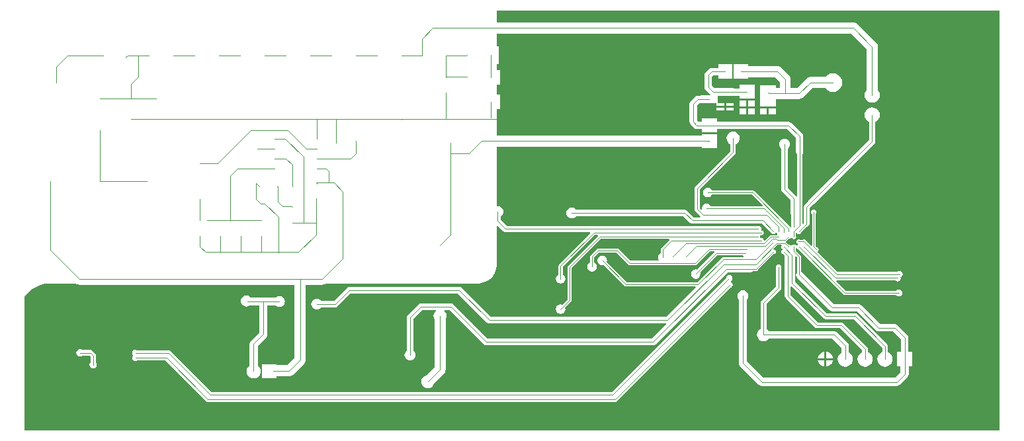
<source format=gbl>
G04*
G04 #@! TF.GenerationSoftware,Altium Limited,Altium Designer,19.0.10 (269)*
G04*
G04 Layer_Physical_Order=2*
G04 Layer_Color=16711680*
%FSLAX44Y44*%
%MOMM*%
G71*
G01*
G75*
G36*
X1506460Y727978D02*
X258078D01*
Y899050D01*
X260527Y902242D01*
X264380Y906095D01*
X268703Y909412D01*
X273422Y912136D01*
X278456Y914221D01*
X283719Y915632D01*
X289121Y916343D01*
X291846Y916432D01*
X323743D01*
X324851Y915582D01*
X326574Y914868D01*
X328422Y914625D01*
X603983Y914625D01*
Y821562D01*
X594123Y811701D01*
X580500D01*
Y812910D01*
X562500D01*
Y794910D01*
X580500D01*
Y797419D01*
X597080D01*
X597080Y797419D01*
X598929Y797662D01*
X600651Y798376D01*
X602130Y799510D01*
X616173Y813554D01*
X616174Y813554D01*
X617308Y815033D01*
X618022Y816755D01*
X618265Y818604D01*
X618265Y818604D01*
Y914625D01*
X639318D01*
X639318Y914625D01*
X641166Y914868D01*
X642888Y915582D01*
X643997Y916432D01*
X837692Y916432D01*
X837692Y916432D01*
X837692Y916432D01*
X840194Y916432D01*
X845101Y917408D01*
X849723Y919323D01*
X853884Y922103D01*
X857421Y925640D01*
X860201Y929801D01*
X862116Y934423D01*
X863092Y939330D01*
X863092Y941832D01*
Y989477D01*
X864265Y989963D01*
X871165Y983063D01*
X872499Y982172D01*
X874072Y981859D01*
X982003D01*
X982489Y980686D01*
X942479Y940676D01*
X941899Y939808D01*
X941696Y938784D01*
X941696Y938784D01*
Y927702D01*
X940046Y926600D01*
X938720Y924615D01*
X938254Y922274D01*
X938720Y919933D01*
X940046Y917948D01*
X942031Y916622D01*
X944372Y916156D01*
X946713Y916622D01*
X948698Y917948D01*
X950024Y919933D01*
X950490Y922274D01*
X950024Y924615D01*
X948698Y926600D01*
X947048Y927702D01*
Y937675D01*
X987899Y978526D01*
X991487D01*
X992012Y977256D01*
X953910Y939153D01*
X953329Y938284D01*
X953126Y937260D01*
X953126Y937260D01*
Y895951D01*
X946318Y889143D01*
X944372Y889529D01*
X942031Y889064D01*
X940046Y887738D01*
X938720Y885753D01*
X938254Y883412D01*
X938720Y881071D01*
X940046Y879086D01*
X942031Y877760D01*
X944372Y877294D01*
X946713Y877760D01*
X948698Y879086D01*
X950024Y881071D01*
X950490Y883412D01*
X950103Y885358D01*
X957694Y892949D01*
X957694Y892950D01*
X958275Y893818D01*
X958478Y894842D01*
X958478Y894842D01*
Y936151D01*
X995913Y973586D01*
X1083066D01*
X1083593Y972316D01*
X1073289Y962012D01*
X1072709Y961144D01*
X1072506Y960120D01*
X1072506Y960120D01*
Y955134D01*
X1070856Y954032D01*
X1069530Y952047D01*
X1069064Y949706D01*
X1069530Y947365D01*
X1070081Y946540D01*
X1069402Y945270D01*
X1034070D01*
X1019106Y960235D01*
X1018237Y960815D01*
X1017213Y961018D01*
X1017213Y961018D01*
X992124D01*
X992124Y961018D01*
X991100Y960815D01*
X990231Y960235D01*
X982611Y952615D01*
X982031Y951746D01*
X981828Y950722D01*
X981828Y950722D01*
Y943196D01*
X980178Y942094D01*
X978852Y940109D01*
X978387Y937768D01*
X978852Y935427D01*
X980178Y933442D01*
X982163Y932116D01*
X984504Y931650D01*
X986845Y932116D01*
X988830Y933442D01*
X990156Y935427D01*
X990621Y937768D01*
X990156Y940109D01*
X988830Y942094D01*
X987180Y943196D01*
Y949613D01*
X993233Y955666D01*
X1016104D01*
X1031068Y940702D01*
X1031068Y940702D01*
X1031937Y940121D01*
X1032961Y939918D01*
X1116330D01*
X1116330Y939918D01*
X1117354Y940121D01*
X1118223Y940702D01*
X1135299Y957778D01*
X1141175D01*
X1141514Y957196D01*
X1141645Y956508D01*
X1119300Y934163D01*
X1117354Y934549D01*
X1115013Y934084D01*
X1113028Y932758D01*
X1111702Y930773D01*
X1111237Y928432D01*
X1111702Y926091D01*
X1113028Y924106D01*
X1115013Y922780D01*
X1117354Y922315D01*
X1119695Y922780D01*
X1121680Y924106D01*
X1123006Y926091D01*
X1123472Y928432D01*
X1123085Y930378D01*
X1144817Y952110D01*
X1177925D01*
X1178537Y951436D01*
X1178100Y950176D01*
X1152724D01*
X1152724Y950176D01*
X1151700Y949973D01*
X1150832Y949392D01*
X1150832Y949392D01*
X1119278Y917838D01*
X1029301D01*
X1003489Y943651D01*
X1003876Y945596D01*
X1003410Y947937D01*
X1002084Y949922D01*
X1000099Y951248D01*
X997758Y951713D01*
X995417Y951248D01*
X993432Y949922D01*
X992106Y947937D01*
X991640Y945596D01*
X992106Y943255D01*
X993432Y941270D01*
X995417Y939944D01*
X997758Y939479D01*
X999704Y939865D01*
X1026299Y913270D01*
X1026300Y913270D01*
X1027168Y912689D01*
X1028192Y912486D01*
X1028192Y912486D01*
X1117102D01*
X1117588Y911312D01*
X1079575Y873299D01*
X854889D01*
X817485Y910703D01*
X816151Y911594D01*
X814578Y911907D01*
X673862D01*
X672289Y911594D01*
X670955Y910703D01*
X654125Y893873D01*
X637875D01*
X637198Y894754D01*
X635736Y895876D01*
X634033Y896582D01*
X632206Y896822D01*
X630379Y896582D01*
X628676Y895876D01*
X627214Y894754D01*
X626091Y893292D01*
X625386Y891589D01*
X625146Y889762D01*
X625386Y887935D01*
X626091Y886232D01*
X627214Y884770D01*
X628676Y883648D01*
X630379Y882942D01*
X632206Y882702D01*
X634033Y882942D01*
X635736Y883648D01*
X637198Y884770D01*
X637875Y885651D01*
X655828D01*
X657401Y885964D01*
X658735Y886855D01*
X675565Y903685D01*
X812875D01*
X850279Y866281D01*
X851613Y865390D01*
X853186Y865077D01*
X1079092D01*
X1079578Y863904D01*
X1061033Y845359D01*
X851079D01*
X807071Y889367D01*
X805737Y890258D01*
X804164Y890571D01*
X765556D01*
X763983Y890258D01*
X762649Y889367D01*
X748679Y875397D01*
X747788Y874063D01*
X747475Y872490D01*
Y830511D01*
X746594Y829835D01*
X745471Y828372D01*
X744766Y826669D01*
X744526Y824842D01*
X744766Y823015D01*
X745471Y821312D01*
X746594Y819850D01*
X748056Y818728D01*
X749759Y818022D01*
X751586Y817782D01*
X753413Y818022D01*
X755116Y818728D01*
X756578Y819850D01*
X757701Y821312D01*
X758406Y823015D01*
X758646Y824842D01*
X758406Y826669D01*
X757701Y828372D01*
X756578Y829835D01*
X755697Y830511D01*
Y870787D01*
X767259Y882349D01*
X784456D01*
X784887Y881079D01*
X784239Y880581D01*
X782900Y878837D01*
X782059Y876806D01*
X781772Y874626D01*
X782059Y872446D01*
X782900Y870415D01*
X783053Y870216D01*
Y809070D01*
X772515Y798532D01*
X772266Y798499D01*
X770235Y797658D01*
X768491Y796319D01*
X767152Y794575D01*
X766311Y792544D01*
X766024Y790364D01*
X766311Y788184D01*
X767152Y786153D01*
X768491Y784409D01*
X770235Y783070D01*
X772266Y782229D01*
X774446Y781942D01*
X776626Y782229D01*
X778657Y783070D01*
X780401Y784409D01*
X781740Y786153D01*
X782581Y788184D01*
X782614Y788433D01*
X795243Y801062D01*
X795244Y801062D01*
X796378Y802542D01*
X797092Y804264D01*
X797335Y806112D01*
Y870216D01*
X797488Y870415D01*
X798329Y872446D01*
X798616Y874626D01*
X798329Y876806D01*
X797488Y878837D01*
X796149Y880581D01*
X795501Y881079D01*
X795932Y882349D01*
X802461D01*
X846469Y838341D01*
X847803Y837450D01*
X849376Y837137D01*
X1062736D01*
X1064309Y837450D01*
X1065643Y838341D01*
X1157911Y930609D01*
X1187958D01*
X1189531Y930922D01*
X1190865Y931813D01*
X1191019Y932044D01*
X1194816D01*
X1195840Y932247D01*
X1196709Y932828D01*
X1197289Y933696D01*
X1197492Y934720D01*
X1197437Y934998D01*
X1216257Y953818D01*
X1216971Y953676D01*
X1218141Y953909D01*
X1219133Y954572D01*
X1219796Y955564D01*
X1220029Y956735D01*
X1219796Y957906D01*
X1219133Y958898D01*
X1218141Y959561D01*
X1217349Y959718D01*
X1216874Y960767D01*
X1216849Y961014D01*
X1221918Y966083D01*
X1226672D01*
X1227351Y964813D01*
X1227149Y964510D01*
X1226916Y963340D01*
X1227149Y962169D01*
X1227812Y961177D01*
X1228412Y960776D01*
X1228497Y960390D01*
X1228453Y959483D01*
X1228412Y959364D01*
X1227692Y958883D01*
X1227029Y957890D01*
X1226796Y956720D01*
X1227029Y955549D01*
X1227692Y954557D01*
X1228684Y953894D01*
X1229269Y953778D01*
X1231355Y951692D01*
Y900176D01*
X1231628Y898801D01*
X1232407Y897635D01*
X1269774Y860268D01*
X1270940Y859490D01*
X1272315Y859216D01*
X1302068D01*
X1330415Y830870D01*
Y828400D01*
X1329156Y827879D01*
X1327147Y826337D01*
X1325605Y824327D01*
X1324636Y821987D01*
X1324305Y819476D01*
X1324636Y816965D01*
X1325605Y814624D01*
X1327147Y812615D01*
X1329156Y811073D01*
X1331497Y810104D01*
X1334008Y809773D01*
X1336519Y810104D01*
X1338860Y811073D01*
X1340869Y812615D01*
X1342411Y814624D01*
X1343380Y816965D01*
X1343711Y819476D01*
X1343380Y821987D01*
X1342411Y824327D01*
X1340869Y826337D01*
X1338860Y827879D01*
X1337601Y828400D01*
Y832358D01*
X1337328Y833733D01*
X1336549Y834899D01*
X1306098Y865350D01*
X1304932Y866129D01*
X1303557Y866402D01*
X1273803D01*
X1238541Y901664D01*
Y912194D01*
X1239714Y912680D01*
X1280667Y871727D01*
X1281833Y870948D01*
X1283208Y870675D01*
X1319691D01*
X1356069Y834297D01*
Y828505D01*
X1354556Y827879D01*
X1352547Y826337D01*
X1351005Y824327D01*
X1350036Y821987D01*
X1349705Y819476D01*
X1350036Y816965D01*
X1351005Y814624D01*
X1352547Y812615D01*
X1354556Y811073D01*
X1356897Y810104D01*
X1359408Y809773D01*
X1361919Y810104D01*
X1364259Y811073D01*
X1366269Y812615D01*
X1367811Y814624D01*
X1368780Y816965D01*
X1369111Y819476D01*
X1368780Y821987D01*
X1367811Y824327D01*
X1366269Y826337D01*
X1364259Y827879D01*
X1363255Y828295D01*
Y835785D01*
X1362982Y837160D01*
X1362203Y838326D01*
X1323720Y876809D01*
X1322554Y877588D01*
X1321179Y877861D01*
X1284696D01*
X1244313Y918244D01*
Y950962D01*
X1245487Y951448D01*
X1247281Y949654D01*
Y930315D01*
X1247113Y930203D01*
X1246110Y928701D01*
X1245758Y926930D01*
X1246110Y925159D01*
X1247113Y923657D01*
X1288829Y881941D01*
X1290331Y880937D01*
X1292103Y880585D01*
X1292103Y880585D01*
X1323939D01*
X1348261Y856263D01*
X1348261Y856263D01*
X1349763Y855259D01*
X1351534Y854907D01*
X1351534Y854907D01*
X1370191D01*
X1380179Y844919D01*
Y829096D01*
X1375188D01*
Y809856D01*
X1379532D01*
Y802286D01*
X1372716Y795470D01*
X1204114D01*
X1182820Y816764D01*
Y895808D01*
X1183659Y896900D01*
X1184364Y898603D01*
X1184604Y900430D01*
X1184364Y902257D01*
X1183659Y903960D01*
X1182536Y905422D01*
X1181074Y906544D01*
X1179371Y907250D01*
X1177544Y907490D01*
X1175717Y907250D01*
X1174014Y906544D01*
X1172552Y905422D01*
X1171430Y903960D01*
X1170724Y902257D01*
X1170484Y900430D01*
X1170724Y898603D01*
X1171430Y896900D01*
X1172268Y895808D01*
Y814578D01*
X1172669Y812559D01*
X1173813Y810847D01*
X1198197Y786463D01*
X1199909Y785319D01*
X1201928Y784918D01*
X1374902D01*
X1376921Y785319D01*
X1378633Y786463D01*
X1388539Y796369D01*
X1389683Y798081D01*
X1390084Y800100D01*
Y809856D01*
X1394428D01*
Y829096D01*
X1389437D01*
Y846836D01*
X1389437Y846836D01*
X1389085Y848607D01*
X1388081Y850109D01*
X1388081Y850109D01*
X1375381Y862809D01*
X1373879Y863813D01*
X1372108Y864165D01*
X1372108Y864165D01*
X1353451D01*
X1329129Y888487D01*
X1327627Y889491D01*
X1325856Y889843D01*
X1325856Y889843D01*
X1294020D01*
X1253660Y930203D01*
X1252428Y931027D01*
Y950720D01*
X1252232Y951705D01*
X1251674Y952540D01*
X1245649Y958564D01*
Y961243D01*
X1246821Y961598D01*
X1246962Y961565D01*
X1247257Y961123D01*
X1248250Y960459D01*
X1248513Y960407D01*
X1306573Y902347D01*
X1306573Y902347D01*
X1307441Y901767D01*
X1308465Y901564D01*
X1373564D01*
X1373944Y900996D01*
X1375432Y900001D01*
X1377188Y899652D01*
X1378944Y900001D01*
X1380432Y900996D01*
X1381427Y902484D01*
X1381776Y904240D01*
X1381427Y905996D01*
X1380432Y907484D01*
X1378944Y908479D01*
X1377188Y908828D01*
X1375432Y908479D01*
X1373944Y907484D01*
X1373564Y906916D01*
X1309574D01*
X1297147Y919344D01*
X1297673Y920614D01*
X1372472D01*
X1372780Y920152D01*
X1374103Y919268D01*
X1375664Y918958D01*
X1377225Y919268D01*
X1378548Y920152D01*
X1379432Y921475D01*
X1379742Y923036D01*
X1379474Y924384D01*
X1379765Y924442D01*
X1381088Y925326D01*
X1381972Y926649D01*
X1382282Y928210D01*
X1381972Y929771D01*
X1381088Y931094D01*
X1379765Y931978D01*
X1378204Y932288D01*
X1376643Y931978D01*
X1375320Y931094D01*
X1375182Y930886D01*
X1298720D01*
X1273541Y956066D01*
X1273734Y957669D01*
X1273941Y957807D01*
X1274604Y958800D01*
X1274837Y959970D01*
X1274604Y961141D01*
X1273941Y962133D01*
X1272949Y962796D01*
X1272046Y962975D01*
X1270790Y964231D01*
Y1005209D01*
X1270999Y1005349D01*
X1271773Y1006506D01*
X1272045Y1007872D01*
X1271773Y1009238D01*
X1270999Y1010395D01*
X1269842Y1011169D01*
X1268476Y1011441D01*
X1267110Y1011169D01*
X1265953Y1010395D01*
X1265179Y1009238D01*
X1264907Y1007872D01*
X1265179Y1006506D01*
X1265953Y1005349D01*
X1266161Y1005209D01*
Y965104D01*
X1264988Y964618D01*
X1257688Y971918D01*
X1256819Y972499D01*
X1255795Y972702D01*
X1254771Y972499D01*
X1253903Y971918D01*
X1253745Y971683D01*
X1251673D01*
X1251335Y972189D01*
X1250342Y972852D01*
X1249172Y973085D01*
X1248001Y972852D01*
X1247009Y972189D01*
X1246346Y971197D01*
X1246113Y970026D01*
X1246346Y968856D01*
X1247009Y967863D01*
X1247884Y967278D01*
X1247955Y967053D01*
X1247986Y966765D01*
X1247955Y965915D01*
X1247257Y965448D01*
X1247003Y965069D01*
X1245534Y965143D01*
X1245239Y965585D01*
X1244247Y966248D01*
X1243076Y966481D01*
X1241906Y966248D01*
X1240913Y965585D01*
X1240408Y964829D01*
X1240240Y964775D01*
X1239491Y964732D01*
X1239001Y964823D01*
X1238583Y965448D01*
X1237590Y966111D01*
X1236420Y966344D01*
X1235823Y966225D01*
X1233137Y968912D01*
X1232663Y969229D01*
X1232625Y969504D01*
X1232737Y970538D01*
X1232903Y970571D01*
X1233441Y970930D01*
X1235850Y973340D01*
X1236420Y973227D01*
X1237590Y973459D01*
X1238583Y974122D01*
X1238966Y974695D01*
X1239140Y974748D01*
X1240318Y974717D01*
X1240377Y974695D01*
X1240803Y974057D01*
X1241796Y973394D01*
X1242966Y973161D01*
X1244137Y973394D01*
X1245129Y974057D01*
X1245792Y975050D01*
X1246025Y976220D01*
X1245792Y977391D01*
X1245257Y978191D01*
Y980389D01*
X1245340Y980586D01*
X1245659Y980804D01*
X1247263Y980563D01*
X1248255Y979900D01*
X1249426Y979667D01*
X1250596Y979900D01*
X1251589Y980563D01*
X1252252Y981555D01*
X1252341Y982001D01*
X1259390Y989051D01*
X1260707Y989313D01*
X1261873Y990091D01*
X1262652Y991257D01*
X1262925Y992632D01*
Y1012908D01*
X1266459Y1016442D01*
X1266821Y1016514D01*
X1268155Y1017405D01*
X1346059Y1095309D01*
X1346950Y1096643D01*
X1347263Y1098216D01*
Y1123368D01*
X1348004Y1123675D01*
X1350013Y1125217D01*
X1351555Y1127226D01*
X1352524Y1129567D01*
X1352855Y1132078D01*
X1352524Y1134589D01*
X1351555Y1136929D01*
X1350013Y1138939D01*
X1348004Y1140481D01*
X1345663Y1141450D01*
X1343152Y1141781D01*
X1340641Y1141450D01*
X1338300Y1140481D01*
X1336291Y1138939D01*
X1334749Y1136929D01*
X1333780Y1134589D01*
X1333449Y1132078D01*
X1333780Y1129567D01*
X1334749Y1127226D01*
X1336291Y1125217D01*
X1338300Y1123675D01*
X1339041Y1123368D01*
Y1099919D01*
X1262341Y1023219D01*
X1261450Y1021885D01*
X1261378Y1021523D01*
X1256791Y1016937D01*
X1256012Y1015771D01*
X1255739Y1014396D01*
Y993059D01*
X1255196Y992638D01*
X1253926Y993261D01*
Y1082027D01*
X1254719Y1083213D01*
X1255071Y1084984D01*
Y1104653D01*
X1255071Y1104653D01*
X1254719Y1106424D01*
X1253715Y1107926D01*
X1253715Y1107926D01*
X1239658Y1121983D01*
X1238157Y1122987D01*
X1236385Y1123339D01*
X1236385Y1123339D01*
X1144310D01*
Y1127710D01*
X1125310D01*
Y1123502D01*
X1120761D01*
X1119090Y1125173D01*
Y1144571D01*
X1121747Y1147228D01*
X1123810D01*
Y1147020D01*
X1143810D01*
Y1143790D01*
X1153540D01*
Y1147520D01*
X1145810D01*
Y1156520D01*
X1165810D01*
Y1156891D01*
X1173570D01*
Y1152860D01*
X1192570D01*
Y1170860D01*
X1173570D01*
Y1166149D01*
X1165810D01*
Y1166520D01*
X1143810D01*
Y1166312D01*
X1141451D01*
X1138140Y1169623D01*
Y1181401D01*
X1139527Y1182788D01*
X1146130D01*
Y1178080D01*
X1164130D01*
Y1197080D01*
X1146130D01*
Y1192372D01*
X1137542D01*
X1137542Y1192372D01*
X1135708Y1192007D01*
X1134154Y1190968D01*
X1134154Y1190968D01*
X1129959Y1186775D01*
X1128921Y1185220D01*
X1128556Y1183386D01*
X1128556Y1183386D01*
Y1167638D01*
X1128556Y1167638D01*
X1128921Y1165804D01*
X1129959Y1164249D01*
X1135919Y1158290D01*
X1135805Y1157645D01*
X1135455Y1157020D01*
X1123810D01*
Y1156812D01*
X1119762D01*
X1117928Y1156447D01*
X1116374Y1155408D01*
X1116374Y1155408D01*
X1110910Y1149945D01*
X1109871Y1148390D01*
X1109506Y1146556D01*
X1109506Y1146556D01*
Y1123188D01*
X1109506Y1123188D01*
X1109871Y1121354D01*
X1110910Y1119799D01*
X1115387Y1115322D01*
X1115387Y1115322D01*
X1116942Y1114283D01*
X1118776Y1113918D01*
X1125310D01*
Y1109710D01*
X1144310D01*
Y1114081D01*
X1234468D01*
X1245813Y1102736D01*
Y1084984D01*
X1246165Y1083213D01*
X1247169Y1081711D01*
X1247258Y1081651D01*
Y1028299D01*
X1245988Y1027913D01*
X1245729Y1028301D01*
X1234999Y1039031D01*
Y1088821D01*
X1235881Y1089498D01*
X1237003Y1090960D01*
X1237708Y1092663D01*
X1237949Y1094490D01*
X1237708Y1096318D01*
X1237003Y1098020D01*
X1235881Y1099483D01*
X1234418Y1100605D01*
X1232716Y1101310D01*
X1230888Y1101551D01*
X1229061Y1101310D01*
X1227358Y1100605D01*
X1225896Y1099483D01*
X1224774Y1098020D01*
X1224068Y1096318D01*
X1223828Y1094490D01*
X1224068Y1092663D01*
X1224774Y1090960D01*
X1225896Y1089498D01*
X1226777Y1088821D01*
Y1037328D01*
X1227090Y1035755D01*
X1227981Y1034421D01*
X1238711Y1023691D01*
Y1007110D01*
X1239024Y1005537D01*
X1239731Y1004479D01*
Y989076D01*
X1239846Y988498D01*
X1238649Y988002D01*
X1238364Y988428D01*
X1192137Y1034657D01*
X1191268Y1035237D01*
X1190244Y1035440D01*
X1190244Y1035440D01*
X1138014D01*
X1136912Y1037090D01*
X1134927Y1038416D01*
X1132586Y1038882D01*
X1130245Y1038416D01*
X1128260Y1037090D01*
X1126934Y1035105D01*
X1126469Y1032764D01*
X1126934Y1030423D01*
X1128260Y1028438D01*
X1130245Y1027112D01*
X1132586Y1026646D01*
X1134927Y1027112D01*
X1136912Y1028438D01*
X1138014Y1030088D01*
X1189135D01*
X1202929Y1016294D01*
X1202443Y1015120D01*
X1136744D01*
X1135642Y1016770D01*
X1133657Y1018096D01*
X1131316Y1018561D01*
X1128975Y1018096D01*
X1126990Y1016770D01*
X1125664Y1014785D01*
X1125199Y1012444D01*
X1125331Y1011776D01*
X1124161Y1011150D01*
X1122458Y1012853D01*
Y1036971D01*
X1167456Y1081969D01*
X1168178Y1083050D01*
X1168432Y1084326D01*
Y1094703D01*
X1169309Y1095066D01*
X1171053Y1096405D01*
X1172392Y1098149D01*
X1173233Y1100180D01*
X1173520Y1102360D01*
X1173233Y1104540D01*
X1172392Y1106571D01*
X1171053Y1108315D01*
X1169309Y1109654D01*
X1167278Y1110495D01*
X1165098Y1110782D01*
X1162918Y1110495D01*
X1160887Y1109654D01*
X1159143Y1108315D01*
X1157804Y1106571D01*
X1156963Y1104540D01*
X1156676Y1102360D01*
X1156963Y1100180D01*
X1157804Y1098149D01*
X1159143Y1096405D01*
X1160887Y1095066D01*
X1161764Y1094703D01*
Y1085707D01*
X1116767Y1040710D01*
X1116044Y1039628D01*
X1115790Y1038352D01*
Y1011472D01*
X1116044Y1010196D01*
X1116767Y1009115D01*
X1123526Y1002355D01*
X1123000Y1001085D01*
X1114707D01*
X1106283Y1009509D01*
X1104949Y1010400D01*
X1103376Y1010713D01*
X964427D01*
X963750Y1011594D01*
X962288Y1012717D01*
X960585Y1013422D01*
X958758Y1013662D01*
X956931Y1013422D01*
X955228Y1012717D01*
X953766Y1011594D01*
X952644Y1010132D01*
X951938Y1008429D01*
X951698Y1006602D01*
X951938Y1004775D01*
X952644Y1003072D01*
X953766Y1001610D01*
X955228Y1000488D01*
X956931Y999782D01*
X958758Y999542D01*
X960585Y999782D01*
X962288Y1000488D01*
X963750Y1001610D01*
X964427Y1002491D01*
X1101673D01*
X1110097Y994067D01*
X1111431Y993176D01*
X1113004Y992863D01*
X1202405D01*
X1214728Y980540D01*
X1215731Y979870D01*
X1216914Y979635D01*
X1218097Y979870D01*
X1219100Y980540D01*
X1219488Y981121D01*
X1219954Y981202D01*
X1220850Y981127D01*
X1220892Y981110D01*
X1221403Y980346D01*
X1221837Y980056D01*
X1221839Y980051D01*
X1221783Y978608D01*
X1221299Y978285D01*
X1220961Y977779D01*
X1213150D01*
X1212516Y977653D01*
X1211979Y977293D01*
X1205722Y971037D01*
X1205145Y971157D01*
X1204430Y971541D01*
X1204246Y972467D01*
X1203583Y973459D01*
X1202590Y974122D01*
X1201420Y974355D01*
X1200531Y974178D01*
X1199801Y974905D01*
X1199679Y975119D01*
X1199644Y975242D01*
X1199847Y976262D01*
X1199649Y977256D01*
X1199687Y977384D01*
X1199824Y977625D01*
X1199844Y977649D01*
X1200551Y978316D01*
X1201420Y978143D01*
X1202590Y978376D01*
X1203583Y979039D01*
X1204246Y980032D01*
X1204479Y981202D01*
X1204246Y982373D01*
X1203583Y983365D01*
X1202590Y984028D01*
X1202289Y984088D01*
X1201417Y984325D01*
X1201367Y985468D01*
X1201467Y985970D01*
X1201154Y987543D01*
X1200263Y988877D01*
X1198929Y989768D01*
X1197356Y990081D01*
X875775D01*
X868089Y997767D01*
Y1002457D01*
X868970Y1003134D01*
X870092Y1004596D01*
X870798Y1006299D01*
X871038Y1008126D01*
X870798Y1009953D01*
X870092Y1011656D01*
X868970Y1013118D01*
X867508Y1014240D01*
X865805Y1014946D01*
X863978Y1015186D01*
X863092Y1015963D01*
X863092Y1091569D01*
X1125310Y1091569D01*
Y1089710D01*
X1144310D01*
Y1107710D01*
X1125310D01*
Y1105851D01*
X863092Y1105851D01*
Y1139584D01*
X866978D01*
Y1158584D01*
X863092D01*
Y1170584D01*
X866978D01*
Y1189584D01*
X863092D01*
Y1197162D01*
X864978D01*
Y1220162D01*
X863092D01*
Y1236189D01*
X1316318D01*
X1336011Y1216496D01*
Y1163974D01*
X1334749Y1162329D01*
X1333780Y1159989D01*
X1333449Y1157478D01*
X1333780Y1154967D01*
X1334749Y1152626D01*
X1336291Y1150617D01*
X1338300Y1149075D01*
X1340641Y1148106D01*
X1343152Y1147775D01*
X1345663Y1148106D01*
X1348004Y1149075D01*
X1350013Y1150617D01*
X1351555Y1152626D01*
X1352524Y1154967D01*
X1352855Y1157478D01*
X1352524Y1159989D01*
X1351555Y1162329D01*
X1350293Y1163974D01*
Y1219454D01*
X1350293Y1219454D01*
X1350050Y1221302D01*
X1349336Y1223025D01*
X1348201Y1224503D01*
X1348201Y1224504D01*
X1324326Y1248380D01*
X1322847Y1249514D01*
X1321124Y1250228D01*
X1319276Y1250471D01*
X1319276Y1250471D01*
X863092D01*
Y1265922D01*
X1506460D01*
X1506460Y727978D01*
D02*
G37*
%LPC*%
G36*
X1184130Y1197080D02*
X1166130D01*
Y1178080D01*
X1184130D01*
Y1180439D01*
X1218652D01*
X1224759Y1174332D01*
Y1166851D01*
X1219740D01*
Y1170360D01*
X1199740D01*
Y1152630D01*
X1199740Y1151360D01*
X1199740Y1150090D01*
Y1143130D01*
X1209740D01*
X1219740D01*
Y1150090D01*
X1219740Y1151360D01*
X1219887Y1152569D01*
X1249880D01*
X1249880Y1152569D01*
X1251728Y1152812D01*
X1253450Y1153526D01*
X1254930Y1154660D01*
X1266608Y1166339D01*
X1283214D01*
X1284301Y1164921D01*
X1286808Y1162998D01*
X1289727Y1161789D01*
X1292860Y1161376D01*
X1295993Y1161789D01*
X1298912Y1162998D01*
X1301418Y1164921D01*
X1303342Y1167428D01*
X1304551Y1170347D01*
X1304964Y1173480D01*
X1304551Y1176613D01*
X1303342Y1179532D01*
X1301418Y1182038D01*
X1298912Y1183962D01*
X1295993Y1185171D01*
X1292860Y1185584D01*
X1289727Y1185171D01*
X1286808Y1183962D01*
X1284301Y1182038D01*
X1283214Y1180621D01*
X1263650D01*
X1263650Y1180621D01*
X1261802Y1180378D01*
X1260079Y1179664D01*
X1258600Y1178530D01*
X1258600Y1178529D01*
X1246922Y1166851D01*
X1239041D01*
Y1177290D01*
X1239041Y1177290D01*
X1238798Y1179138D01*
X1238084Y1180861D01*
X1236949Y1182339D01*
X1236949Y1182340D01*
X1226659Y1192629D01*
X1225181Y1193764D01*
X1223458Y1194478D01*
X1221610Y1194721D01*
X1221610Y1194721D01*
X1184130D01*
Y1197080D01*
D02*
G37*
G36*
X1165810Y1147520D02*
X1156080D01*
Y1143790D01*
X1165810D01*
Y1147520D01*
D02*
G37*
G36*
X1192570Y1150860D02*
X1184340D01*
Y1143130D01*
X1192570D01*
Y1150860D01*
D02*
G37*
G36*
X1181800D02*
X1173570D01*
Y1143130D01*
X1181800D01*
Y1150860D01*
D02*
G37*
G36*
X1165810Y1141250D02*
X1156080D01*
Y1137520D01*
X1165810D01*
Y1141250D01*
D02*
G37*
G36*
X1153540D02*
X1143810D01*
Y1137520D01*
X1153540D01*
Y1141250D01*
D02*
G37*
G36*
X1192570Y1140590D02*
X1184340D01*
Y1132860D01*
X1192570D01*
Y1140590D01*
D02*
G37*
G36*
X1181800D02*
X1173570D01*
Y1132860D01*
X1181800D01*
Y1140590D01*
D02*
G37*
G36*
X1219740Y1140590D02*
X1211010D01*
Y1132360D01*
X1219740D01*
Y1140590D01*
D02*
G37*
G36*
X1208470D02*
X1199740D01*
Y1132360D01*
X1208470D01*
Y1140590D01*
D02*
G37*
G36*
X542262Y900886D02*
X540434Y900646D01*
X538731Y899940D01*
X537269Y898818D01*
X536147Y897356D01*
X535442Y895653D01*
X535201Y893826D01*
X535442Y891999D01*
X536147Y890296D01*
X537269Y888834D01*
X538731Y887711D01*
X540434Y887006D01*
X542262Y886766D01*
X544089Y887006D01*
X545792Y887711D01*
X545891Y887788D01*
X558717D01*
Y853520D01*
X547769Y842572D01*
X546625Y840860D01*
X546224Y838841D01*
Y811206D01*
X545081Y810329D01*
X543638Y808449D01*
X542732Y806260D01*
X542422Y803910D01*
X542732Y801561D01*
X543638Y799371D01*
X545081Y797491D01*
X546961Y796049D01*
X549151Y795142D01*
X551500Y794832D01*
X553849Y795142D01*
X556039Y796049D01*
X557919Y797491D01*
X559361Y799371D01*
X560268Y801561D01*
X560578Y803910D01*
X560268Y806260D01*
X559361Y808449D01*
X557919Y810329D01*
X556776Y811206D01*
Y836656D01*
X567724Y847603D01*
X568868Y849315D01*
X569269Y851334D01*
X569269Y851334D01*
Y887788D01*
X579832D01*
X580924Y886949D01*
X582627Y886244D01*
X584454Y886004D01*
X586281Y886244D01*
X587984Y886949D01*
X589446Y888072D01*
X590569Y889534D01*
X591274Y891237D01*
X591514Y893064D01*
X591274Y894891D01*
X590569Y896594D01*
X589446Y898056D01*
X587984Y899178D01*
X586281Y899884D01*
X584454Y900124D01*
X582627Y899884D01*
X580924Y899178D01*
X579832Y898340D01*
X547621D01*
X547254Y898818D01*
X545792Y899940D01*
X544089Y900646D01*
X542262Y900886D01*
D02*
G37*
G36*
X1284478Y829012D02*
Y820746D01*
X1292744D01*
X1292580Y821987D01*
X1291611Y824327D01*
X1290069Y826337D01*
X1288060Y827879D01*
X1285719Y828848D01*
X1284478Y829012D01*
D02*
G37*
G36*
X1281938D02*
X1280697Y828848D01*
X1278356Y827879D01*
X1276347Y826337D01*
X1274805Y824327D01*
X1273836Y821987D01*
X1273672Y820746D01*
X1281938D01*
Y829012D01*
D02*
G37*
G36*
X1292744Y818206D02*
X1284478D01*
Y809940D01*
X1285719Y810104D01*
X1288060Y811073D01*
X1290069Y812615D01*
X1291611Y814624D01*
X1292580Y816965D01*
X1292744Y818206D01*
D02*
G37*
G36*
X1281938D02*
X1273672D01*
X1273836Y816965D01*
X1274805Y814624D01*
X1276347Y812615D01*
X1278356Y811073D01*
X1280697Y810104D01*
X1281938Y809940D01*
Y818206D01*
D02*
G37*
G36*
X1223462Y940627D02*
X1222087Y940353D01*
X1220921Y939575D01*
X1220143Y938409D01*
X1219869Y937034D01*
Y912276D01*
X1201673Y894081D01*
X1200894Y892915D01*
X1200621Y891540D01*
Y858196D01*
X1200003Y857940D01*
X1198259Y856601D01*
X1196920Y854857D01*
X1196079Y852826D01*
X1195792Y850646D01*
X1196079Y848466D01*
X1196920Y846435D01*
X1198259Y844691D01*
X1200003Y843352D01*
X1202034Y842511D01*
X1204214Y842224D01*
X1206394Y842511D01*
X1208425Y843352D01*
X1210169Y844691D01*
X1211187Y846017D01*
X1292213D01*
X1303979Y834251D01*
Y827971D01*
X1303757Y827879D01*
X1301747Y826337D01*
X1300205Y824327D01*
X1299236Y821987D01*
X1298905Y819476D01*
X1299236Y816965D01*
X1300205Y814624D01*
X1301747Y812615D01*
X1303757Y811073D01*
X1306097Y810104D01*
X1308608Y809773D01*
X1311119Y810104D01*
X1313459Y811073D01*
X1315469Y812615D01*
X1317011Y814624D01*
X1317980Y816965D01*
X1318311Y819476D01*
X1317980Y821987D01*
X1317011Y824327D01*
X1315469Y826337D01*
X1313459Y827879D01*
X1313237Y827971D01*
Y836168D01*
X1313237Y836168D01*
X1312885Y837939D01*
X1311881Y839441D01*
X1311881Y839441D01*
X1297403Y853919D01*
X1295901Y854923D01*
X1294130Y855275D01*
X1294130Y855275D01*
X1211187D01*
X1210169Y856601D01*
X1208425Y857940D01*
X1207807Y858196D01*
Y890052D01*
X1226003Y908247D01*
X1226781Y909413D01*
X1227055Y910788D01*
Y937034D01*
X1226781Y938409D01*
X1226003Y939575D01*
X1224837Y940353D01*
X1223462Y940627D01*
D02*
G37*
G36*
X329184Y832161D02*
X327413Y831809D01*
X325911Y830805D01*
X324907Y829303D01*
X324555Y827532D01*
X324907Y825761D01*
X325911Y824259D01*
X327413Y823255D01*
X329184Y822903D01*
X330955Y823255D01*
X331978Y823939D01*
X341287D01*
X342609Y822617D01*
Y815087D01*
X341925Y814063D01*
X341573Y812292D01*
X341925Y810521D01*
X342929Y809019D01*
X344431Y808015D01*
X346202Y807663D01*
X347973Y808015D01*
X349475Y809019D01*
X350479Y810521D01*
X350831Y812292D01*
X350479Y814063D01*
X349795Y815087D01*
Y824105D01*
X349522Y825480D01*
X348743Y826646D01*
X345316Y830073D01*
X344150Y830852D01*
X342775Y831125D01*
X331978D01*
X330955Y831809D01*
X329184Y832161D01*
D02*
G37*
G36*
X1160018Y927010D02*
X1158457Y926700D01*
X1157134Y925816D01*
X1156250Y924493D01*
X1156098Y923727D01*
X1009897Y777526D01*
X497109D01*
X445000Y829635D01*
X443918Y830358D01*
X442642Y830612D01*
X402260D01*
X401611Y831046D01*
X400050Y831356D01*
X398489Y831046D01*
X397166Y830162D01*
X396282Y828839D01*
X395972Y827278D01*
X396282Y825717D01*
X397166Y824394D01*
Y823812D01*
X396282Y822489D01*
X395972Y820928D01*
X396282Y819367D01*
X397166Y818044D01*
X398489Y817160D01*
X400050Y816850D01*
X401611Y817160D01*
X402260Y817594D01*
X438631D01*
X490740Y765484D01*
X491822Y764762D01*
X493098Y764508D01*
X1013908D01*
X1015184Y764762D01*
X1016266Y765484D01*
X1161509Y910728D01*
X1162304Y910886D01*
X1163627Y911770D01*
X1164511Y913093D01*
X1164822Y914654D01*
X1164511Y916215D01*
X1163627Y917538D01*
X1162529Y918272D01*
X1162352Y919195D01*
X1162383Y919701D01*
X1162902Y920048D01*
X1163786Y921371D01*
X1164096Y922932D01*
X1163786Y924493D01*
X1162902Y925816D01*
X1161579Y926700D01*
X1160018Y927010D01*
D02*
G37*
%LPD*%
D13*
X1223518Y982509D02*
Y988568D01*
X1208017Y1004069D02*
X1223518Y988568D01*
X1126527Y1004069D02*
X1208017D01*
X1119124Y1011472D02*
X1126527Y1004069D01*
X1119124Y1011472D02*
Y1038352D01*
X1160720Y914654D02*
X1160743D01*
X1013908Y767842D02*
X1160720Y914654D01*
X493098Y767842D02*
X1013908D01*
X1011278Y774192D02*
X1160018Y922932D01*
X495728Y774192D02*
X1011278D01*
X1230007Y963340D02*
X1240720Y952627D01*
X1242943Y976220D02*
Y982593D01*
X1250592Y990242D02*
Y1084834D01*
X1242943Y982593D02*
X1250592Y990242D01*
X1268476Y963272D02*
Y1007872D01*
Y963272D02*
X1271778Y959970D01*
X400050Y827278D02*
X442642D01*
X495728Y774192D01*
X400050Y820928D02*
X440012D01*
X493098Y767842D01*
X1223355Y953607D02*
Y963220D01*
X1220170Y950422D02*
X1223355Y953607D01*
X1220170Y946970D02*
Y950422D01*
X1223772Y946150D02*
X1228598Y941324D01*
X1215644Y946150D02*
X1223772D01*
X1119124Y1038352D02*
X1165098Y1084326D01*
X1212272Y942778D02*
X1215644Y946150D01*
X1212272Y939984D02*
Y942778D01*
X681990Y1098550D02*
X682244Y1098804D01*
X1165098Y1084326D02*
Y1102360D01*
D29*
X1209740Y1141860D02*
D03*
Y1160860D02*
D03*
X554482Y1063498D02*
D03*
Y1044498D02*
D03*
X797820Y1180084D02*
D03*
Y1161084D02*
D03*
D30*
X581812Y1040638D02*
D03*
X600812D02*
D03*
D68*
X1134810Y1152020D02*
D03*
X1154810Y1142520D02*
D03*
Y1161520D02*
D03*
D75*
X561086Y997138D02*
D03*
Y977138D02*
D03*
X482600Y997138D02*
D03*
Y977138D02*
D03*
X1134810Y1118710D02*
D03*
Y1098710D02*
D03*
X1183070Y1161860D02*
D03*
Y1141860D02*
D03*
X508762Y997138D02*
D03*
Y977138D02*
D03*
X534924Y997138D02*
D03*
Y977138D02*
D03*
X600812Y1014222D02*
D03*
Y994222D02*
D03*
X656844Y1096198D02*
D03*
Y1076198D02*
D03*
D76*
X1155130Y1187580D02*
D03*
X1175130D02*
D03*
D98*
X1398524Y886606D02*
Y901798D01*
X1387032Y913290D02*
X1398524Y901798D01*
X1341882Y913290D02*
X1387032D01*
X1383392Y871474D02*
X1398524Y886606D01*
X1358646Y871474D02*
X1383392D01*
X1250387Y926930D02*
X1292103Y885214D01*
X1325856D01*
X1351534Y859536D01*
X1308608Y819476D02*
Y836168D01*
X1294130Y850646D02*
X1308608Y836168D01*
X1204214Y850646D02*
X1294130D01*
X1250442Y1084984D02*
Y1104653D01*
X1236385Y1118710D02*
X1250442Y1104653D01*
X556514Y1088898D02*
X578474D01*
X556260Y1088644D02*
X556514Y1088898D01*
X592074Y1101598D02*
X615442Y1078230D01*
Y994222D02*
Y1078230D01*
X1351534Y859536D02*
X1372108D01*
X1384808Y819476D02*
Y846836D01*
X1372108Y859536D02*
X1384808Y846836D01*
X1134810Y1118710D02*
X1236385D01*
X1182730Y1161520D02*
X1183070Y1161860D01*
X1154810Y1161520D02*
X1182730D01*
X1316104Y1141860D02*
X1317752Y1143508D01*
X1209740Y1141860D02*
X1316104D01*
X578474Y1101598D02*
X592074D01*
X632460Y1126452D02*
X632714Y1126198D01*
Y1101598D02*
Y1126198D01*
X505146Y1069788D02*
X548132Y1112774D01*
X482666Y1069788D02*
X505146D01*
X548132Y1112774D02*
X595122D01*
X618998Y1088898D01*
X632714D01*
X531114Y1063498D02*
X554482D01*
X521843Y1054227D02*
X531114Y1063498D01*
X521843Y997138D02*
Y1054227D01*
X600812Y1040638D02*
Y1068222D01*
X592836Y1076198D02*
X600812Y1068222D01*
X578474Y1076198D02*
X592836D01*
X508508Y997392D02*
X508762Y997138D01*
X554482Y1063498D02*
X578474D01*
D99*
X1177544Y814578D02*
Y900430D01*
Y814578D02*
X1201928Y790194D01*
X647954Y1045858D02*
X648462Y1045350D01*
X647954Y1045858D02*
Y1059703D01*
X644234Y1063423D02*
X647954Y1059703D01*
X632789Y1063423D02*
X644234D01*
X632714Y1063498D02*
X632789Y1063423D01*
X632714Y1044080D02*
Y1045350D01*
X543532Y893064D02*
X563993D01*
Y851334D02*
Y893064D01*
X1317752Y1143508D02*
Y1190498D01*
Y1124458D02*
Y1143508D01*
X1293622Y1100328D02*
X1317752Y1124458D01*
X1281430Y1100328D02*
X1293622D01*
X1262556Y1081454D02*
X1281430Y1100328D01*
X1262556Y1057148D02*
Y1081454D01*
X1297686Y1210564D02*
X1317752Y1190498D01*
X1105662Y1210564D02*
X1297686D01*
X1021550Y1126452D02*
X1105662Y1210564D01*
X797820Y1126452D02*
X1021550D01*
X551500Y838841D02*
X563993Y851334D01*
X551500Y803910D02*
Y838841D01*
X563993Y893064D02*
X584454D01*
X656844Y1125944D02*
X657352Y1126452D01*
X656844Y1096198D02*
Y1125944D01*
X632460Y1126452D02*
X657352D01*
X426292D02*
X632460D01*
X657352D02*
X740410D01*
X588264Y1014984D02*
X600050D01*
X582168Y1021080D02*
X588264Y1014984D01*
X582168Y1021080D02*
Y1040282D01*
X565912Y1018794D02*
X582930Y1001776D01*
Y956310D02*
Y1001776D01*
X560070Y1018794D02*
X565912D01*
X554482Y1024382D02*
X560070Y1018794D01*
X554482Y1024382D02*
Y1044498D01*
X582930Y955802D02*
Y956310D01*
X581812Y1040638D02*
X582168Y1040282D01*
X600050Y1014984D02*
X600812Y1014222D01*
X554482Y1044498D02*
X558563Y1040417D01*
X508762Y977138D02*
X509016Y976884D01*
X482600Y997138D02*
X482666Y997204D01*
Y1024188D01*
X740410Y1126452D02*
X797820D01*
X740410D02*
X740918Y1125944D01*
X798582Y1180846D02*
X824230D01*
X797820Y1180084D02*
X798582Y1180846D01*
X1374902Y790194D02*
X1384808Y800100D01*
X1201928Y790194D02*
X1374902D01*
X1384808Y800100D02*
Y819476D01*
X1334770Y988568D02*
Y1002792D01*
Y979396D02*
Y988568D01*
X1344422Y968756D02*
Y969744D01*
X1334770Y979396D02*
X1344422Y969744D01*
X854964Y1128268D02*
Y1148570D01*
X1073282Y1061852D02*
X1073404Y1061974D01*
X1050036Y1061730D02*
X1050158Y1061852D01*
X854964Y1148570D02*
X855478Y1149084D01*
X797820Y1126452D02*
Y1161084D01*
X394542Y1126452D02*
X426292D01*
X403860Y1181354D02*
Y1208278D01*
X394542Y1172036D02*
X403860Y1181354D01*
X394542Y1153452D02*
Y1172036D01*
X426000Y1153160D02*
X426292Y1153452D01*
X388100Y1206228D02*
X388912Y1205416D01*
X388100Y1206228D02*
X390150Y1208278D01*
X1182410Y1142520D02*
X1183070Y1141860D01*
D100*
X1335024Y895096D02*
X1358646Y871474D01*
X1300988Y895096D02*
X1335024D01*
X1261364Y934720D02*
X1300988Y895096D01*
X1202666Y996974D02*
X1216914Y982726D01*
X1113004Y996974D02*
X1202666D01*
X1156208Y934720D02*
X1187958D01*
X1062736Y841248D02*
X1156208Y934720D01*
X849376Y841248D02*
X1062736D01*
X1152906Y940816D02*
X1187450D01*
X1081278Y869188D02*
X1152906Y940816D01*
X853186Y869188D02*
X1081278D01*
X1230888Y1037328D02*
X1242822Y1025394D01*
X1230888Y1037328D02*
Y1094490D01*
X1242822Y1007110D02*
Y1025394D01*
X1103376Y1006602D02*
X1113004Y996974D01*
X958758Y1006602D02*
X1103376D01*
X874072Y985970D02*
X1197356D01*
X863978Y996064D02*
X874072Y985970D01*
X863978Y996064D02*
Y1008126D01*
X814578Y907796D02*
X853186Y869188D01*
X673862Y907796D02*
X814578D01*
X655828Y889762D02*
X673862Y907796D01*
X1217168Y1043178D02*
Y1057910D01*
Y1043178D02*
X1227074Y1033272D01*
Y1004316D02*
Y1033272D01*
X1343152Y1098216D02*
Y1132078D01*
X1265248Y1020312D02*
X1343152Y1098216D01*
X1242822Y989076D02*
Y1006856D01*
X632206Y889762D02*
X655828D01*
X681990Y1082548D02*
Y1098550D01*
X675640Y1076198D02*
X681990Y1082548D01*
X656844Y1076198D02*
X675640D01*
X632714D02*
X656844D01*
X804164Y886460D02*
X849376Y841248D01*
X765556Y886460D02*
X804164D01*
X751586Y872490D02*
X765556Y886460D01*
X751586Y824842D02*
Y872490D01*
X1212088Y923290D02*
Y939800D01*
X1190498Y901700D02*
X1212088Y923290D01*
X1190498Y830072D02*
Y901700D01*
Y830072D02*
X1201094Y819476D01*
X1283208D01*
X1286764Y988568D02*
X1334770D01*
X1275842Y977646D02*
X1286764Y988568D01*
D101*
X803148Y1082802D02*
X827024D01*
X824026Y1208470D02*
X824348Y1208792D01*
X797690Y1208148D02*
X797820Y1208018D01*
X631444Y994222D02*
Y1025350D01*
Y978662D02*
Y994222D01*
X609092Y956310D02*
X631444Y978662D01*
X615442Y994222D02*
X631444D01*
X600812D02*
X615442D01*
X648462Y1045350D02*
X654418D01*
X632714D02*
X648462D01*
X631444D02*
X632714D01*
X654418D02*
X665734Y1034034D01*
X803148Y1082802D02*
Y1096772D01*
Y1082548D02*
Y1082802D01*
Y978512D02*
Y1082548D01*
X827024Y1082802D02*
X842932Y1098710D01*
X1134310Y1098710D01*
X313182Y1208278D02*
X359150D01*
X298450Y1193546D02*
X313182Y1208278D01*
X298450Y1173480D02*
Y1193546D01*
X1343152Y1157478D02*
Y1219454D01*
X780542Y1243330D02*
X1319276D01*
X1343152Y1219454D01*
X611124Y921766D02*
X639318D01*
X665734Y948182D01*
Y1034034D01*
X328422Y921766D02*
X611124Y921766D01*
Y818604D02*
Y921766D01*
X597080Y804560D02*
X611124Y818604D01*
X290834Y959354D02*
X328422Y921766D01*
X290834Y959354D02*
Y1046988D01*
X354834D02*
Y1111910D01*
X582930Y956310D02*
X609092D01*
X561086D02*
X582930D01*
X534924D02*
X561086D01*
X508762D02*
X534924D01*
Y977138D01*
X521843Y997138D02*
X534924D01*
X508762D02*
X521843D01*
X561086Y956310D02*
Y977138D01*
X489966Y956310D02*
X508762D01*
Y977138D01*
X534924Y997138D02*
X561086D01*
X482600Y963676D02*
X489966Y956310D01*
X482600Y963676D02*
Y977138D01*
X491600Y997138D02*
X508762D01*
X1133660Y1098060D02*
X1134310Y1098710D01*
X1134810D01*
X790194Y806112D02*
Y874626D01*
X774446Y790364D02*
X790194Y806112D01*
X766820Y1229608D02*
X780542Y1243330D01*
X766820Y1208278D02*
Y1229608D01*
X1050158Y1061852D02*
X1073282D01*
X354834Y1046988D02*
X414666D01*
X403860Y1208278D02*
X417570D01*
X390150D02*
X403860D01*
X354584Y1112160D02*
X354834Y1111910D01*
X855478Y1180084D02*
Y1208662D01*
X797820Y1180084D02*
Y1208018D01*
X798012Y1208470D02*
X824026D01*
X797820Y1208278D02*
X798012Y1208470D01*
X824348Y1208792D02*
X824478Y1208662D01*
X577360Y804560D02*
X597080D01*
X576710Y803910D02*
X577360Y804560D01*
X789940Y965304D02*
X803148Y978512D01*
X797690Y1208148D02*
X797820Y1208278D01*
X740670D02*
X766820D01*
X682250D02*
X709670D01*
X623830D02*
X651250D01*
X565410D02*
X592830D01*
X506990D02*
X534410D01*
X448570D02*
X475990D01*
X1231900Y1159710D02*
X1249880D01*
X1210890D02*
X1231900D01*
Y1177290D01*
X1221610Y1187580D02*
X1231900Y1177290D01*
X1175130Y1187580D02*
X1221610D01*
X1183070Y1141860D02*
X1209740D01*
X1263650Y1173480D02*
X1292860D01*
X1249880Y1159710D02*
X1263650Y1173480D01*
X1209740Y1160860D02*
X1210890Y1159710D01*
D102*
X1193630Y964579D02*
X1206112D01*
X1118757D02*
X1193630D01*
Y967329D02*
X1204358D01*
X1104997D02*
X1193630D01*
X1236472Y982785D02*
Y986536D01*
X1190244Y1032764D02*
X1236472Y986536D01*
X1230202Y982405D02*
Y987097D01*
X1204855Y1012444D02*
X1230202Y987097D01*
X1131316Y1012444D02*
X1204855D01*
X1132586Y1032764D02*
X1190244D01*
X1143708Y954786D02*
X1181100D01*
X1117354Y928432D02*
X1143708Y954786D01*
X1104646Y950468D02*
X1118757Y964579D01*
X1206112D02*
X1215369Y973836D01*
X1088136Y950468D02*
X1104997Y967329D01*
X1204358D02*
X1213150Y976122D01*
X1116330Y942594D02*
X1134190Y960454D01*
X1182820D01*
X1194718Y947500D02*
X1216962Y969744D01*
X1152724Y947500D02*
X1194718D01*
X1120386Y915162D02*
X1152724Y947500D01*
X1086358Y971296D02*
X1201420D01*
X1075182Y960120D02*
X1086358Y971296D01*
X994804Y976262D02*
X1196788D01*
X955802Y937260D02*
X994804Y976262D01*
X986790Y981202D02*
X1201420D01*
X944372Y938784D02*
X986790Y981202D01*
X1213150Y976122D02*
X1223462D01*
X1187450Y940816D02*
X1194308D01*
X1187958Y934720D02*
X1194816D01*
X1216831Y956735D01*
X1194308Y940816D02*
X1221232Y967740D01*
X1028192Y915162D02*
X1120386D01*
X997758Y945596D02*
X1028192Y915162D01*
X1032961Y942594D02*
X1116330D01*
X1017213Y958342D02*
X1032961Y942594D01*
X992124Y958342D02*
X1017213D01*
X984504Y950722D02*
X992124Y958342D01*
X984504Y937768D02*
Y950722D01*
X1216831Y956735D02*
X1216971D01*
X1249420Y963285D02*
X1308465Y904240D01*
X1232269Y972102D02*
X1236420Y976253D01*
X1249511Y976376D02*
X1255795D01*
X1242920Y969785D02*
X1249511Y976376D01*
X1249172Y970026D02*
X1255795D01*
X1297611Y928210D01*
X1231965Y967740D02*
X1236420Y963285D01*
X1221797Y972102D02*
X1232269D01*
X1220063Y973836D02*
X1221797Y972102D01*
X1215369Y973836D02*
X1220063D01*
X1221232Y967740D02*
X1231965D01*
X1295883Y923290D02*
X1375664D01*
X1255801Y963371D02*
X1295883Y923290D01*
X1255785Y963388D02*
X1255801Y963371D01*
X1075182Y949706D02*
Y960120D01*
X944372Y883412D02*
X955802Y894842D01*
Y937260D01*
X944372Y922274D02*
Y938784D01*
X1212088Y939800D02*
X1212348D01*
X1212088D02*
X1212272Y939984D01*
X1308465Y904240D02*
X1377188D01*
X1359408Y819476D02*
X1359662Y819730D01*
X1377856Y928210D02*
X1377950Y928116D01*
X1297611Y928210D02*
X1377856D01*
D109*
X354584Y1153160D02*
X426000D01*
D110*
X1182410Y1142520D02*
X1183071D01*
X1118776Y1118710D02*
X1134810D01*
X1114298Y1123188D02*
X1118776Y1118710D01*
X1114298Y1123188D02*
Y1146556D01*
X1119762Y1152020D01*
X1137542Y1187580D02*
X1155130D01*
X1133348Y1183386D02*
X1137542Y1187580D01*
X1133348Y1167638D02*
Y1183386D01*
Y1167638D02*
X1139466Y1161520D01*
X1154810Y1142520D02*
X1182410D01*
X1119762Y1152020D02*
X1134810D01*
X1139466Y1161520D02*
X1154810D01*
D111*
X1249854Y927463D02*
Y950720D01*
X1272315Y862809D02*
X1303557D01*
X1234948Y900176D02*
X1272315Y862809D01*
X1234948Y900176D02*
Y951738D01*
X1321179Y874268D02*
X1359662Y835785D01*
X1283208Y874268D02*
X1321179D01*
X1240720Y916756D02*
X1283208Y874268D01*
X1240720Y916756D02*
Y952627D01*
X1334008Y819476D02*
Y832358D01*
X1303557Y862809D02*
X1334008Y832358D01*
X1243076Y957498D02*
X1249854Y950720D01*
X1243076Y957498D02*
Y963422D01*
X1259332Y1014396D02*
X1265248Y1020312D01*
X342775Y827532D02*
X346202Y824105D01*
Y812292D02*
Y824105D01*
X329184Y827532D02*
X342775D01*
X1229927Y956759D02*
X1234948Y951738D01*
X1359662Y819730D02*
Y835785D01*
X1223462Y910788D02*
Y937034D01*
X1249426Y982726D02*
X1259332Y992632D01*
Y1014396D01*
X1204214Y891540D02*
X1223462Y910788D01*
X1204214Y850646D02*
Y891540D01*
D115*
X1343152Y1132078D02*
D03*
Y1157478D02*
D03*
X1283208Y819476D02*
D03*
X1308608D02*
D03*
X1334008D02*
D03*
X1359408D02*
D03*
D116*
X1384808D02*
D03*
D117*
X571500Y803910D02*
D03*
D118*
X551500D02*
D03*
D119*
X298450Y1173480D02*
D03*
X1292860D02*
D03*
D120*
X631444Y1045350D02*
D03*
D121*
Y1025350D02*
D03*
D122*
X1341882Y913290D02*
D03*
X1177544Y900430D02*
D03*
X542262Y893826D02*
D03*
X1217168Y1057910D02*
D03*
X958758Y1006602D02*
D03*
X863978Y1008126D02*
D03*
X632206Y889762D02*
D03*
X584454Y893064D02*
D03*
X1230888Y1094490D02*
D03*
X1262556Y1057148D02*
D03*
X1358646Y871474D02*
D03*
X1344422Y968756D02*
D03*
X1334770Y1002792D02*
D03*
X1073404Y1061974D02*
D03*
X1050036Y1061730D02*
D03*
X751586Y824842D02*
D03*
D123*
X1236420Y982785D02*
D03*
X1230169Y982405D02*
D03*
X1160743Y914654D02*
D03*
X1160018Y922932D02*
D03*
X1181100Y954786D02*
D03*
X1182820Y960454D02*
D03*
X1201420Y971296D02*
D03*
X1197356Y985970D02*
D03*
X1201420Y981202D02*
D03*
X1196788Y976262D02*
D03*
X400050Y827278D02*
D03*
Y820928D02*
D03*
X1216971Y956735D02*
D03*
X1229855Y956720D02*
D03*
X1223355Y963220D02*
D03*
X1236420Y976285D02*
D03*
Y963285D02*
D03*
X1249420D02*
D03*
X1243076Y963422D02*
D03*
X1242966Y976220D02*
D03*
X1249172Y970026D02*
D03*
X1229975Y963340D02*
D03*
X1223566Y982509D02*
D03*
X1223462Y976122D02*
D03*
X1216962Y969744D02*
D03*
X1242822Y989076D02*
D03*
X1242920Y969785D02*
D03*
X1255818Y963388D02*
D03*
X1271778Y959970D02*
D03*
X1216914Y982726D02*
D03*
X1223462Y937034D02*
D03*
X1249426Y982726D02*
D03*
X1255795Y976376D02*
D03*
X1275842Y977646D02*
D03*
X1261364Y934720D02*
D03*
X1227074Y1004316D02*
D03*
X1212088Y939800D02*
D03*
X1228598Y941324D02*
D03*
X1375664Y923036D02*
D03*
X1378204Y928210D02*
D03*
D124*
X1268476Y1007872D02*
D03*
X1242822Y1007110D02*
D03*
X1377188Y904240D02*
D03*
D125*
X803148Y1082548D02*
D03*
Y1096772D02*
D03*
X682244Y1098804D02*
D03*
X556260Y1088644D02*
D03*
X824230Y1180846D02*
D03*
X1165098Y1102360D02*
D03*
X774446Y790364D02*
D03*
X1204214Y850646D02*
D03*
X790194Y874626D02*
D03*
X789940Y965304D02*
D03*
D126*
X346202Y812292D02*
D03*
X329184Y827532D02*
D03*
D127*
X1117354Y928432D02*
D03*
X984504Y937768D02*
D03*
X997758Y945596D02*
D03*
X1131316Y1012444D02*
D03*
X1132586Y1032764D02*
D03*
X1104646Y950468D02*
D03*
X1088136D02*
D03*
X1075182Y949706D02*
D03*
X944372Y883412D02*
D03*
Y922274D02*
D03*
D128*
X534410Y1208278D02*
D03*
X565410D02*
D03*
X592830D02*
D03*
X623830D02*
D03*
X651250D02*
D03*
X682250D02*
D03*
X709670D02*
D03*
X740670D02*
D03*
X766820D02*
D03*
X797820D02*
D03*
X855478Y1208662D02*
D03*
X824478D02*
D03*
X475990Y1208278D02*
D03*
X506990D02*
D03*
X417570D02*
D03*
X448570D02*
D03*
X390150D02*
D03*
X359150D02*
D03*
D129*
X482666Y1069788D02*
D03*
Y1024188D02*
D03*
D130*
X414666Y1046988D02*
D03*
D131*
X855478Y1180084D02*
D03*
Y1149084D02*
D03*
D132*
X632714Y1063498D02*
D03*
Y1076198D02*
D03*
Y1088898D02*
D03*
Y1101598D02*
D03*
X578474D02*
D03*
Y1088898D02*
D03*
Y1076198D02*
D03*
Y1063498D02*
D03*
D133*
X354834Y1046988D02*
D03*
X290834D02*
D03*
D134*
X354584Y1112160D02*
D03*
Y1153160D02*
D03*
D135*
X394542Y1126452D02*
D03*
Y1153452D02*
D03*
X426292Y1126452D02*
D03*
Y1153452D02*
D03*
D136*
X355088Y1039876D02*
X355480Y1039484D01*
M02*

</source>
